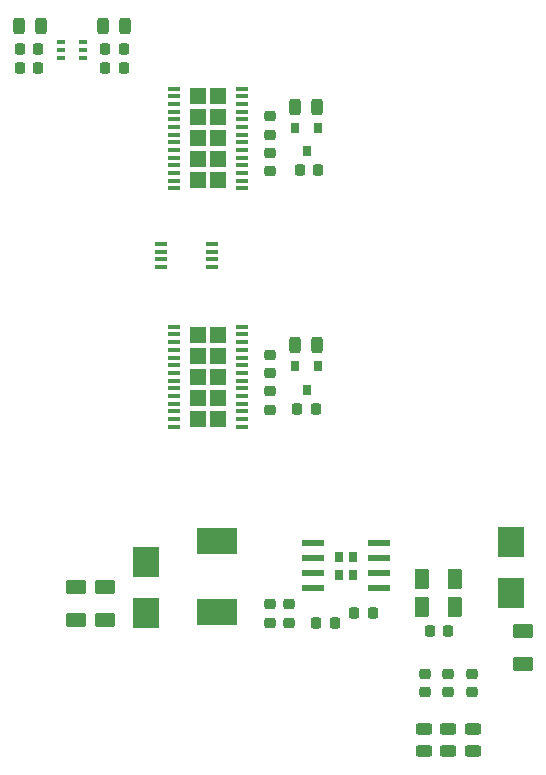
<source format=gtp>
G04 #@! TF.GenerationSoftware,KiCad,Pcbnew,6.0.5-a6ca702e91~116~ubuntu20.04.1*
G04 #@! TF.CreationDate,2022-05-10T22:13:07+02:00*
G04 #@! TF.ProjectId,rysboard,72797362-6f61-4726-942e-6b696361645f,4.2*
G04 #@! TF.SameCoordinates,Original*
G04 #@! TF.FileFunction,Paste,Top*
G04 #@! TF.FilePolarity,Positive*
%FSLAX46Y46*%
G04 Gerber Fmt 4.6, Leading zero omitted, Abs format (unit mm)*
G04 Created by KiCad (PCBNEW 6.0.5-a6ca702e91~116~ubuntu20.04.1) date 2022-05-10 22:13:07*
%MOMM*%
%LPD*%
G01*
G04 APERTURE LIST*
G04 Aperture macros list*
%AMRoundRect*
0 Rectangle with rounded corners*
0 $1 Rounding radius*
0 $2 $3 $4 $5 $6 $7 $8 $9 X,Y pos of 4 corners*
0 Add a 4 corners polygon primitive as box body*
4,1,4,$2,$3,$4,$5,$6,$7,$8,$9,$2,$3,0*
0 Add four circle primitives for the rounded corners*
1,1,$1+$1,$2,$3*
1,1,$1+$1,$4,$5*
1,1,$1+$1,$6,$7*
1,1,$1+$1,$8,$9*
0 Add four rect primitives between the rounded corners*
20,1,$1+$1,$2,$3,$4,$5,0*
20,1,$1+$1,$4,$5,$6,$7,0*
20,1,$1+$1,$6,$7,$8,$9,0*
20,1,$1+$1,$8,$9,$2,$3,0*%
G04 Aperture macros list end*
%ADD10RoundRect,0.243750X0.243750X0.456250X-0.243750X0.456250X-0.243750X-0.456250X0.243750X-0.456250X0*%
%ADD11RoundRect,0.250000X-0.375000X-0.625000X0.375000X-0.625000X0.375000X0.625000X-0.375000X0.625000X0*%
%ADD12RoundRect,0.218750X-0.218750X-0.256250X0.218750X-0.256250X0.218750X0.256250X-0.218750X0.256250X0*%
%ADD13RoundRect,0.218750X0.256250X-0.218750X0.256250X0.218750X-0.256250X0.218750X-0.256250X-0.218750X0*%
%ADD14RoundRect,0.218750X-0.256250X0.218750X-0.256250X-0.218750X0.256250X-0.218750X0.256250X0.218750X0*%
%ADD15RoundRect,0.218750X0.218750X0.256250X-0.218750X0.256250X-0.218750X-0.256250X0.218750X-0.256250X0*%
%ADD16R,1.400000X1.400000*%
%ADD17R,1.100000X0.400000*%
%ADD18RoundRect,0.243750X-0.456250X0.243750X-0.456250X-0.243750X0.456250X-0.243750X0.456250X0.243750X0*%
%ADD19R,2.300000X2.500000*%
%ADD20RoundRect,0.250000X-0.625000X0.375000X-0.625000X-0.375000X0.625000X-0.375000X0.625000X0.375000X0*%
%ADD21R,1.910000X0.610000*%
%ADD22R,0.723000X0.930000*%
%ADD23R,0.800000X0.900000*%
%ADD24RoundRect,0.243750X-0.243750X-0.456250X0.243750X-0.456250X0.243750X0.456250X-0.243750X0.456250X0*%
%ADD25R,0.650000X0.400000*%
%ADD26R,3.500000X2.300000*%
G04 APERTURE END LIST*
D10*
X110200000Y-94000000D03*
X108325000Y-94000000D03*
X110200000Y-73800000D03*
X108325000Y-73800000D03*
D11*
X119100000Y-113800000D03*
X121900000Y-113800000D03*
X119100000Y-116200000D03*
X121900000Y-116200000D03*
D12*
X119712500Y-118200000D03*
X121287500Y-118200000D03*
D13*
X106200000Y-117500000D03*
X106200000Y-115925000D03*
X107800000Y-117487500D03*
X107800000Y-115912500D03*
D14*
X106200000Y-77700000D03*
X106200000Y-79275000D03*
D15*
X111700000Y-117500000D03*
X110125000Y-117500000D03*
X114875000Y-116700000D03*
X113300000Y-116700000D03*
D13*
X123300000Y-123400000D03*
X123300000Y-121825000D03*
D16*
X100100000Y-93115000D03*
X100100000Y-100235000D03*
X101800000Y-94895000D03*
X101800000Y-93115000D03*
X101800000Y-96675000D03*
X101800000Y-98455000D03*
X101800000Y-100235000D03*
X100100000Y-96675000D03*
X100100000Y-98455000D03*
X100100000Y-94895000D03*
D17*
X103800000Y-100900000D03*
X103800000Y-100250000D03*
X103800000Y-99600000D03*
X103800000Y-98950000D03*
X103800000Y-98300000D03*
X103800000Y-97650000D03*
X103800000Y-97000000D03*
X103800000Y-96350000D03*
X103800000Y-95700000D03*
X103800000Y-95050000D03*
X103800000Y-94400000D03*
X103800000Y-93750000D03*
X103800000Y-93100000D03*
X103800000Y-92450000D03*
X98100000Y-92450000D03*
X98100000Y-93100000D03*
X98100000Y-93750000D03*
X98100000Y-94400000D03*
X98100000Y-95050000D03*
X98100000Y-95700000D03*
X98100000Y-96350000D03*
X98100000Y-97000000D03*
X98100000Y-97650000D03*
X98100000Y-98300000D03*
X98100000Y-98950000D03*
X98100000Y-99600000D03*
X98100000Y-100250000D03*
X98100000Y-100900000D03*
D18*
X119240000Y-126470000D03*
X119240000Y-128345000D03*
X121300000Y-126462500D03*
X121300000Y-128337500D03*
X123350000Y-126460000D03*
X123350000Y-128335000D03*
D13*
X119300000Y-123400000D03*
X119300000Y-121825000D03*
D19*
X126600000Y-110700000D03*
X126600000Y-115000000D03*
D20*
X127600000Y-118200000D03*
X127600000Y-121000000D03*
D16*
X101800000Y-72940000D03*
X100100000Y-80060000D03*
X101800000Y-80060000D03*
X100100000Y-78280000D03*
X101800000Y-76500000D03*
X100100000Y-72940000D03*
X100100000Y-74720000D03*
X101800000Y-74720000D03*
X101800000Y-78280000D03*
X100100000Y-76500000D03*
D17*
X103800000Y-80725000D03*
X103800000Y-80075000D03*
X103800000Y-79425000D03*
X103800000Y-78775000D03*
X103800000Y-78125000D03*
X103800000Y-77475000D03*
X103800000Y-76825000D03*
X103800000Y-76175000D03*
X103800000Y-75525000D03*
X103800000Y-74875000D03*
X103800000Y-74225000D03*
X103800000Y-73575000D03*
X103800000Y-72925000D03*
X103800000Y-72275000D03*
X98100000Y-72275000D03*
X98100000Y-72925000D03*
X98100000Y-73575000D03*
X98100000Y-74225000D03*
X98100000Y-74875000D03*
X98100000Y-75525000D03*
X98100000Y-76175000D03*
X98100000Y-76825000D03*
X98100000Y-77475000D03*
X98100000Y-78125000D03*
X98100000Y-78775000D03*
X98100000Y-79425000D03*
X98100000Y-80075000D03*
X98100000Y-80725000D03*
D21*
X115404000Y-114583000D03*
X115404000Y-113313000D03*
X115404000Y-112043000D03*
X115404000Y-110773000D03*
X109844000Y-110773000D03*
X109844000Y-112043000D03*
X109844000Y-113313000D03*
X109844000Y-114583000D03*
D22*
X113226500Y-111903000D03*
X113226500Y-113453000D03*
X112021500Y-111903000D03*
X112021500Y-113453000D03*
D13*
X121300000Y-123400000D03*
X121300000Y-121825000D03*
D23*
X110250000Y-75600000D03*
X108350000Y-75600000D03*
X109300000Y-77600000D03*
D14*
X106200000Y-74612500D03*
X106200000Y-76187500D03*
D15*
X110300000Y-79200000D03*
X108725000Y-79200000D03*
D23*
X110250000Y-95800000D03*
X108350000Y-95800000D03*
X109300000Y-97800000D03*
D14*
X106200000Y-94812500D03*
X106200000Y-96387500D03*
X106200000Y-97912500D03*
X106200000Y-99487500D03*
D15*
X110075000Y-99400000D03*
X108500000Y-99400000D03*
D10*
X86800000Y-67000000D03*
X84925000Y-67000000D03*
D24*
X92062500Y-67000000D03*
X93937500Y-67000000D03*
D15*
X93800000Y-68900000D03*
X92225000Y-68900000D03*
D12*
X92225000Y-70500000D03*
X93800000Y-70500000D03*
D15*
X86587500Y-70500000D03*
X85012500Y-70500000D03*
X86587500Y-68900000D03*
X85012500Y-68900000D03*
D25*
X88500000Y-68350000D03*
X88500000Y-69000000D03*
X88500000Y-69650000D03*
X90400000Y-69650000D03*
X90400000Y-69000000D03*
X90400000Y-68350000D03*
D17*
X96950000Y-85425000D03*
X96950000Y-86075000D03*
X96950000Y-86725000D03*
X96950000Y-87375000D03*
X101250000Y-87375000D03*
X101250000Y-86725000D03*
X101250000Y-86075000D03*
X101250000Y-85425000D03*
D26*
X101700000Y-110600000D03*
X101700000Y-116600000D03*
D20*
X89800000Y-114500000D03*
X89800000Y-117300000D03*
D19*
X95700000Y-112350000D03*
X95700000Y-116650000D03*
D20*
X92200000Y-114500000D03*
X92200000Y-117300000D03*
M02*

</source>
